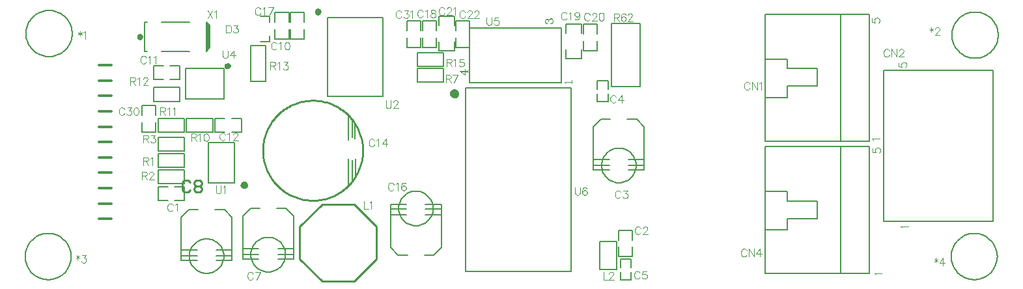
<source format=gto>
%FSLAX25Y25*%
%MOIN*%
G70*
G01*
G75*
G04 Layer_Color=65535*
%ADD10R,0.07087X0.14173*%
%ADD11R,0.03937X0.04724*%
%ADD12R,0.06299X0.13780*%
%ADD13O,0.07874X0.02400*%
%ADD14O,0.07874X0.02402*%
%ADD15R,0.03465X0.05000*%
%ADD16R,0.05512X0.04724*%
%ADD17R,0.04724X0.03937*%
%ADD18R,0.05118X0.07480*%
%ADD19R,0.04724X0.03150*%
%ADD20R,0.08268X0.07874*%
%ADD21R,0.03150X0.03150*%
%ADD22R,0.06299X0.03937*%
%ADD23R,0.20079X0.18898*%
%ADD24R,0.11811X0.03937*%
%ADD25R,0.01575X0.07874*%
%ADD26R,0.03937X0.01575*%
%ADD27O,0.10000X0.02400*%
%ADD28O,0.10000X0.02402*%
%ADD29R,0.12205X0.06102*%
%ADD30C,0.02000*%
%ADD31C,0.02500*%
%ADD32C,0.03000*%
%ADD33C,0.02362*%
%ADD34C,0.05000*%
%ADD35C,0.03500*%
%ADD36C,0.02200*%
%ADD37C,0.01000*%
%ADD38C,0.04000*%
%ADD39C,0.07000*%
%ADD40C,0.02400*%
%ADD41C,0.06000*%
%ADD42C,0.04500*%
%ADD43C,0.05906*%
%ADD44R,0.05906X0.05906*%
%ADD45C,0.19685*%
%ADD46C,0.07874*%
%ADD47R,0.07874X0.07874*%
%ADD48C,0.00787*%
%ADD49C,0.07480*%
%ADD50R,0.07480X0.07480*%
%ADD51C,0.03543*%
%ADD52R,0.09055X0.05512*%
%ADD53R,0.07874X0.03937*%
%ADD54R,0.11811X0.15748*%
%ADD55R,0.03937X0.02362*%
%ADD56C,0.00787*%
%ADD57C,0.01969*%
%ADD58C,0.01575*%
%ADD59C,0.01181*%
%ADD60C,0.00394*%
D33*
X223622Y98425D02*
X223177Y99349D01*
X222178Y99577D01*
X221377Y98938D01*
Y97913D01*
X222178Y97274D01*
X223177Y97502D01*
X223622Y98425D01*
D37*
X175591Y69291D02*
X175571Y70290D01*
X175513Y71287D01*
X175415Y72281D01*
X175279Y73270D01*
X175105Y74253D01*
X174892Y75229D01*
X174642Y76196D01*
X174353Y77152D01*
X174028Y78096D01*
X173666Y79027D01*
X173268Y79943D01*
X172835Y80842D01*
X172367Y81725D01*
X171865Y82588D01*
X171330Y83431D01*
X170762Y84252D01*
X170162Y85051D01*
X169532Y85826D01*
X168872Y86575D01*
X168183Y87298D01*
X167467Y87994D01*
X166724Y88661D01*
X165955Y89299D01*
X165163Y89906D01*
X164347Y90482D01*
X163509Y91026D01*
X162651Y91536D01*
X161773Y92013D01*
X160878Y92455D01*
X159966Y92862D01*
X159039Y93233D01*
X158098Y93567D01*
X157144Y93864D01*
X156180Y94124D01*
X155207Y94347D01*
X154225Y94531D01*
X153237Y94676D01*
X152244Y94783D01*
X151248Y94851D01*
X150250Y94881D01*
X149251Y94871D01*
X148254Y94822D01*
X147259Y94735D01*
X146268Y94608D01*
X145283Y94444D01*
X144306Y94240D01*
X143336Y93999D01*
X142378Y93720D01*
X141430Y93404D01*
X140496Y93052D01*
X139576Y92663D01*
X138672Y92238D01*
X137786Y91779D01*
X136917Y91285D01*
X136069Y90758D01*
X135242Y90198D01*
X134438Y89606D01*
X133657Y88984D01*
X132901Y88331D01*
X132171Y87650D01*
X131469Y86940D01*
X130794Y86203D01*
X130149Y85441D01*
X129534Y84654D01*
X128950Y83844D01*
X128399Y83012D01*
X127880Y82159D01*
X127394Y81286D01*
X126944Y80395D01*
X126528Y79487D01*
X126148Y78563D01*
X125805Y77626D01*
X125498Y76675D01*
X125228Y75713D01*
X124997Y74742D01*
X124803Y73763D01*
X124648Y72776D01*
X124531Y71784D01*
X124453Y70789D01*
X124414Y69791D01*
Y68792D01*
X124453Y67794D01*
X124531Y66799D01*
X124648Y65807D01*
X124803Y64820D01*
X124997Y63841D01*
X125228Y62869D01*
X125498Y61908D01*
X125804Y60957D01*
X126148Y60020D01*
X126528Y59096D01*
X126944Y58188D01*
X127394Y57297D01*
X127880Y56424D01*
X128399Y55571D01*
X128950Y54738D01*
X129534Y53928D01*
X130149Y53141D01*
X130794Y52379D01*
X131469Y51643D01*
X132171Y50933D01*
X132901Y50252D01*
X133657Y49599D01*
X134438Y48976D01*
X135242Y48385D01*
X136069Y47825D01*
X136917Y47298D01*
X137785Y46804D01*
X138672Y46345D01*
X139576Y45920D01*
X140496Y45531D01*
X141430Y45178D01*
X142377Y44862D01*
X143336Y44584D01*
X144306Y44342D01*
X145283Y44139D01*
X146268Y43974D01*
X147259Y43848D01*
X148254Y43760D01*
X149251Y43712D01*
X150250Y43702D01*
X151248Y43731D01*
X152244Y43799D01*
X153237Y43906D01*
X154225Y44052D01*
X155207Y44236D01*
X156180Y44458D01*
X157144Y44718D01*
X158098Y45016D01*
X159038Y45350D01*
X159966Y45721D01*
X160878Y46128D01*
X161773Y46570D01*
X162651Y47047D01*
X163509Y47557D01*
X164347Y48101D01*
X165163Y48676D01*
X165955Y49284D01*
X166724Y49922D01*
X167467Y50589D01*
X168183Y51284D01*
X168872Y52008D01*
X169532Y52757D01*
X170162Y53532D01*
X170762Y54330D01*
X171330Y55152D01*
X171865Y55995D01*
X172367Y56858D01*
X172835Y57740D01*
X173268Y58640D01*
X173666Y59556D01*
X174028Y60487D01*
X174353Y61431D01*
X174642Y62387D01*
X174892Y63354D01*
X175105Y64329D01*
X175279Y65313D01*
X175415Y66302D01*
X175513Y67296D01*
X175571Y68293D01*
X175591Y69291D01*
X143307Y14173D02*
Y30315D01*
X182677Y14173D02*
Y30315D01*
X143307Y13780D02*
Y14173D01*
X182677Y13780D02*
Y14173D01*
X154724Y41732D02*
X171260D01*
X143307Y13780D02*
X154724Y2362D01*
X171260D01*
X182677Y13780D01*
X171260Y41732D02*
X182677Y30315D01*
X143307Y30315D02*
X154724Y41732D01*
X87271Y53117D02*
X86272Y54116D01*
X84272D01*
X83272Y53117D01*
Y49118D01*
X84272Y48118D01*
X86272D01*
X87271Y49118D01*
X89271Y53117D02*
X90270Y54116D01*
X92269D01*
X93269Y53117D01*
Y52117D01*
X92269Y51117D01*
X93269Y50117D01*
Y49118D01*
X92269Y48118D01*
X90270D01*
X89271Y49118D01*
Y50117D01*
X90270Y51117D01*
X89271Y52117D01*
Y53117D01*
X90270Y51117D02*
X92269D01*
D56*
X26772Y129134D02*
X26729Y130136D01*
X26602Y131130D01*
X26390Y132110D01*
X26097Y133069D01*
X25723Y133999D01*
X25272Y134894D01*
X24746Y135748D01*
X24150Y136554D01*
X23488Y137306D01*
X22764Y138000D01*
X21984Y138630D01*
X21153Y139191D01*
X20278Y139680D01*
X19364Y140093D01*
X18419Y140427D01*
X17449Y140680D01*
X16461Y140849D01*
X15462Y140934D01*
X14459D01*
X13460Y140849D01*
X12472Y140680D01*
X11502Y140427D01*
X10557Y140093D01*
X9643Y139680D01*
X8768Y139191D01*
X7937Y138630D01*
X7157Y138000D01*
X6434Y137306D01*
X5771Y136554D01*
X5175Y135748D01*
X4649Y134894D01*
X4198Y133999D01*
X3824Y133069D01*
X3531Y132110D01*
X3320Y131130D01*
X3192Y130136D01*
X3150Y129134D01*
X3192Y128132D01*
X3320Y127138D01*
X3531Y126158D01*
X3824Y125199D01*
X4198Y124269D01*
X4650Y123374D01*
X5175Y122520D01*
X5771Y121714D01*
X6434Y120961D01*
X7157Y120268D01*
X7937Y119638D01*
X8768Y119076D01*
X9643Y118588D01*
X10557Y118175D01*
X11502Y117841D01*
X12472Y117588D01*
X13460Y117419D01*
X14459Y117333D01*
X15462D01*
X16461Y117419D01*
X17449Y117588D01*
X18419Y117841D01*
X19365Y118175D01*
X20278Y118588D01*
X21153Y119076D01*
X21984Y119638D01*
X22764Y120268D01*
X23488Y120961D01*
X24150Y121714D01*
X24746Y122520D01*
X25272Y123374D01*
X25723Y124269D01*
X26097Y125199D01*
X26391Y126158D01*
X26602Y127138D01*
X26729Y128132D01*
X26772Y129134D01*
X500394Y14961D02*
X500351Y15962D01*
X500224Y16957D01*
X500013Y17937D01*
X499719Y18895D01*
X499345Y19826D01*
X498894Y20721D01*
X498368Y21575D01*
X497772Y22380D01*
X497110Y23133D01*
X496386Y23827D01*
X495606Y24457D01*
X494775Y25018D01*
X493900Y25507D01*
X492986Y25920D01*
X492041Y26254D01*
X491071Y26507D01*
X490083Y26676D01*
X489084Y26761D01*
X488081D01*
X487082Y26676D01*
X486094Y26507D01*
X485124Y26254D01*
X484179Y25920D01*
X483265Y25507D01*
X482390Y25018D01*
X481560Y24457D01*
X480779Y23827D01*
X480056Y23133D01*
X479393Y22380D01*
X478797Y21575D01*
X478271Y20721D01*
X477820Y19826D01*
X477446Y18895D01*
X477153Y17937D01*
X476942Y16957D01*
X476814Y15962D01*
X476772Y14961D01*
X476814Y13959D01*
X476942Y12965D01*
X477153Y11985D01*
X477446Y11026D01*
X477820Y10096D01*
X478271Y9200D01*
X478797Y8347D01*
X479393Y7541D01*
X480056Y6788D01*
X480779Y6094D01*
X481560Y5465D01*
X482390Y4903D01*
X483265Y4414D01*
X484179Y4001D01*
X485124Y3667D01*
X486094Y3415D01*
X487082Y3245D01*
X488081Y3160D01*
X489084D01*
X490083Y3245D01*
X491071Y3415D01*
X492041Y3667D01*
X492986Y4001D01*
X493900Y4414D01*
X494775Y4903D01*
X495606Y5465D01*
X496386Y6094D01*
X497110Y6788D01*
X497772Y7541D01*
X498368Y8347D01*
X498894Y9200D01*
X499345Y10096D01*
X499719Y11026D01*
X500013Y11985D01*
X500224Y12965D01*
X500351Y13959D01*
X500394Y14961D01*
X500787Y128346D02*
X500745Y129348D01*
X500618Y130342D01*
X500406Y131323D01*
X500113Y132281D01*
X499739Y133211D01*
X499288Y134107D01*
X498762Y134960D01*
X498166Y135766D01*
X497503Y136519D01*
X496780Y137213D01*
X496000Y137843D01*
X495169Y138404D01*
X494294Y138893D01*
X493380Y139306D01*
X492435Y139640D01*
X491465Y139892D01*
X490477Y140062D01*
X489478Y140147D01*
X488475D01*
X487476Y140062D01*
X486488Y139892D01*
X485518Y139640D01*
X484573Y139306D01*
X483659Y138893D01*
X482784Y138404D01*
X481953Y137843D01*
X481173Y137213D01*
X480449Y136519D01*
X479787Y135766D01*
X479191Y134960D01*
X478665Y134107D01*
X478214Y133211D01*
X477840Y132281D01*
X477547Y131323D01*
X477335Y130342D01*
X477208Y129348D01*
X477165Y128346D01*
X477208Y127345D01*
X477335Y126350D01*
X477547Y125370D01*
X477840Y124412D01*
X478214Y123481D01*
X478665Y122586D01*
X479191Y121732D01*
X479787Y120926D01*
X480449Y120174D01*
X481173Y119480D01*
X481953Y118850D01*
X482784Y118289D01*
X483659Y117800D01*
X484573Y117387D01*
X485518Y117053D01*
X486488Y116800D01*
X487476Y116631D01*
X488475Y116546D01*
X489478D01*
X490477Y116631D01*
X491465Y116800D01*
X492435Y117053D01*
X493380Y117387D01*
X494294Y117800D01*
X495169Y118289D01*
X496000Y118850D01*
X496780Y119480D01*
X497503Y120174D01*
X498166Y120926D01*
X498762Y121733D01*
X499288Y122586D01*
X499739Y123482D01*
X500113Y124412D01*
X500406Y125370D01*
X500618Y126350D01*
X500745Y127345D01*
X500787Y128346D01*
X26378Y14961D02*
X26335Y15962D01*
X26208Y16957D01*
X25997Y17937D01*
X25703Y18895D01*
X25330Y19826D01*
X24878Y20721D01*
X24352Y21575D01*
X23756Y22380D01*
X23094Y23133D01*
X22370Y23827D01*
X21590Y24457D01*
X20760Y25018D01*
X19884Y25507D01*
X18971Y25920D01*
X18025Y26254D01*
X17055Y26507D01*
X16067Y26676D01*
X15068Y26761D01*
X14066D01*
X13067Y26676D01*
X12079Y26507D01*
X11108Y26254D01*
X10163Y25920D01*
X9250Y25507D01*
X8374Y25018D01*
X7544Y24457D01*
X6764Y23827D01*
X6040Y23133D01*
X5378Y22380D01*
X4781Y21575D01*
X4256Y20721D01*
X3804Y19826D01*
X3431Y18895D01*
X3137Y17937D01*
X2926Y16957D01*
X2798Y15962D01*
X2756Y14961D01*
X2798Y13959D01*
X2926Y12965D01*
X3137Y11985D01*
X3431Y11026D01*
X3804Y10096D01*
X4256Y9200D01*
X4781Y8347D01*
X5378Y7541D01*
X6040Y6788D01*
X6764Y6094D01*
X7544Y5465D01*
X8374Y4903D01*
X9250Y4414D01*
X10163Y4001D01*
X11108Y3667D01*
X12079Y3415D01*
X13067Y3245D01*
X14066Y3160D01*
X15068D01*
X16067Y3245D01*
X17055Y3415D01*
X18025Y3667D01*
X18971Y4001D01*
X19884Y4414D01*
X20760Y4903D01*
X21590Y5465D01*
X22370Y6094D01*
X23094Y6788D01*
X23756Y7541D01*
X24352Y8347D01*
X24878Y9200D01*
X25330Y10096D01*
X25703Y11026D01*
X25997Y11985D01*
X26208Y12965D01*
X26335Y13959D01*
X26378Y14961D01*
X136024Y15945D02*
X135968Y16937D01*
X135801Y17916D01*
X135527Y18871D01*
X135146Y19788D01*
X134666Y20658D01*
X134091Y21468D01*
X133429Y22209D01*
X132688Y22871D01*
X131878Y23445D01*
X131009Y23926D01*
X130091Y24306D01*
X129137Y24581D01*
X128157Y24747D01*
X127165Y24803D01*
X126173Y24747D01*
X125194Y24581D01*
X124240Y24306D01*
X123322Y23926D01*
X122452Y23445D01*
X121642Y22871D01*
X120902Y22209D01*
X120240Y21468D01*
X119665Y20658D01*
X119184Y19788D01*
X118804Y18871D01*
X118529Y17916D01*
X118363Y16937D01*
X118307Y15945D01*
X118363Y14953D01*
X118529Y13974D01*
X118804Y13019D01*
X119184Y12101D01*
X119665Y11232D01*
X120240Y10422D01*
X120902Y9681D01*
X121642Y9019D01*
X122452Y8444D01*
X123322Y7964D01*
X124240Y7584D01*
X125194Y7309D01*
X126173Y7142D01*
X127165Y7086D01*
X128157Y7142D01*
X129137Y7309D01*
X130091Y7584D01*
X131009Y7964D01*
X131878Y8444D01*
X132688Y9019D01*
X133429Y9681D01*
X134091Y10422D01*
X134666Y11232D01*
X135146Y12101D01*
X135527Y13019D01*
X135801Y13974D01*
X135968Y14953D01*
X136024Y15945D01*
X315551Y61614D02*
X315495Y62606D01*
X315329Y63585D01*
X315054Y64540D01*
X314674Y65458D01*
X314193Y66327D01*
X313619Y67137D01*
X312957Y67878D01*
X312216Y68540D01*
X311406Y69115D01*
X310536Y69595D01*
X309619Y69975D01*
X308664Y70250D01*
X307685Y70417D01*
X306693Y70472D01*
X305701Y70417D01*
X304722Y70250D01*
X303767Y69975D01*
X302849Y69595D01*
X301980Y69115D01*
X301170Y68540D01*
X300429Y67878D01*
X299767Y67137D01*
X299192Y66327D01*
X298712Y65458D01*
X298332Y64540D01*
X298057Y63585D01*
X297890Y62606D01*
X297835Y61614D01*
X297890Y60622D01*
X298057Y59643D01*
X298332Y58688D01*
X298712Y57771D01*
X299192Y56901D01*
X299767Y56091D01*
X300429Y55350D01*
X301170Y54688D01*
X301980Y54114D01*
X302849Y53633D01*
X303767Y53253D01*
X304722Y52978D01*
X305701Y52811D01*
X306693Y52756D01*
X307685Y52811D01*
X308664Y52978D01*
X309619Y53253D01*
X310536Y53633D01*
X311406Y54114D01*
X312216Y54688D01*
X312957Y55350D01*
X313619Y56091D01*
X314193Y56901D01*
X314674Y57771D01*
X315054Y58688D01*
X315329Y59643D01*
X315495Y60622D01*
X315551Y61614D01*
X211614Y39567D02*
X211559Y40559D01*
X211392Y41538D01*
X211117Y42493D01*
X210737Y43410D01*
X210256Y44280D01*
X209682Y45090D01*
X209020Y45831D01*
X208279Y46493D01*
X207469Y47067D01*
X206599Y47548D01*
X205682Y47928D01*
X204727Y48203D01*
X203748Y48370D01*
X202756Y48425D01*
X201764Y48370D01*
X200785Y48203D01*
X199830Y47928D01*
X198912Y47548D01*
X198043Y47067D01*
X197233Y46493D01*
X196492Y45831D01*
X195830Y45090D01*
X195255Y44280D01*
X194775Y43410D01*
X194395Y42493D01*
X194120Y41538D01*
X193953Y40559D01*
X193898Y39567D01*
X193953Y38575D01*
X194120Y37596D01*
X194395Y36641D01*
X194775Y35724D01*
X195255Y34854D01*
X195830Y34044D01*
X196492Y33303D01*
X197233Y32641D01*
X198043Y32066D01*
X198912Y31586D01*
X199830Y31206D01*
X200785Y30931D01*
X201764Y30764D01*
X202756Y30709D01*
X203748Y30764D01*
X204727Y30931D01*
X205682Y31206D01*
X206599Y31586D01*
X207469Y32066D01*
X208279Y32641D01*
X209020Y33303D01*
X209682Y34044D01*
X210256Y34854D01*
X210737Y35724D01*
X211117Y36641D01*
X211392Y37596D01*
X211559Y38575D01*
X211614Y39567D01*
X104528Y15157D02*
X104472Y16149D01*
X104306Y17129D01*
X104031Y18083D01*
X103650Y19001D01*
X103170Y19870D01*
X102595Y20681D01*
X101933Y21421D01*
X101192Y22083D01*
X100382Y22658D01*
X99513Y23138D01*
X98595Y23519D01*
X97640Y23794D01*
X96661Y23960D01*
X95669Y24016D01*
X94678Y23960D01*
X93698Y23794D01*
X92744Y23519D01*
X91826Y23138D01*
X90956Y22658D01*
X90146Y22083D01*
X89406Y21421D01*
X88744Y20681D01*
X88169Y19870D01*
X87688Y19001D01*
X87308Y18083D01*
X87033Y17129D01*
X86867Y16149D01*
X86811Y15157D01*
X86867Y14166D01*
X87033Y13186D01*
X87308Y12232D01*
X87688Y11314D01*
X88169Y10445D01*
X88744Y9634D01*
X89406Y8894D01*
X90146Y8232D01*
X90956Y7657D01*
X91826Y7176D01*
X92744Y6796D01*
X93698Y6521D01*
X94678Y6355D01*
X95669Y6299D01*
X96661Y6355D01*
X97640Y6521D01*
X98595Y6796D01*
X99513Y7176D01*
X100382Y7657D01*
X101192Y8232D01*
X101933Y8894D01*
X102595Y9634D01*
X103170Y10445D01*
X103650Y11314D01*
X104031Y12232D01*
X104306Y13186D01*
X104472Y14166D01*
X104528Y15157D01*
X84350Y78740D02*
Y85827D01*
X70768Y78740D02*
Y85827D01*
X84350D01*
X70768Y78740D02*
X84350D01*
X114173Y13780D02*
X122244D01*
X132087Y13780D02*
X140157D01*
X114173Y16142D02*
X122244D01*
X114173Y19095D02*
X122244D01*
X132087Y16142D02*
X140157D01*
X132087Y19095D02*
X140157D01*
X114173Y13780D02*
Y35827D01*
X114173Y35827D02*
X118110Y39764D01*
X140157Y13780D02*
Y35827D01*
X136221Y39764D02*
X140157Y35827D01*
X131496Y39764D02*
X136221D01*
X118110D02*
X122835D01*
X85335Y78740D02*
Y85827D01*
X98917Y78740D02*
Y85827D01*
X85335Y78740D02*
X98917D01*
X85335Y85827D02*
X98917D01*
X99902Y78740D02*
Y85827D01*
Y78740D02*
X104921D01*
X99902Y85827D02*
X104921D01*
X108465D02*
X113484D01*
X108465Y78740D02*
X113484D01*
Y85827D01*
X96457Y52756D02*
X109843D01*
X96457D02*
Y73268D01*
X109843Y52756D02*
Y73268D01*
X96457D02*
X109843D01*
X70768Y60630D02*
Y67716D01*
X84350Y60630D02*
Y67716D01*
X70768Y60630D02*
X84350D01*
X70768Y67716D02*
X84350D01*
X81988Y94488D02*
Y101575D01*
X68405Y94488D02*
Y101575D01*
X81988D01*
X68405Y94488D02*
X81988D01*
X68405Y105512D02*
Y112598D01*
Y105512D02*
X73425D01*
X68405Y112598D02*
X73425D01*
X76968D02*
X81988D01*
X76968Y105512D02*
X81988D01*
Y112598D01*
X85020Y95531D02*
Y111279D01*
X104705Y95531D02*
Y111279D01*
X85020Y95531D02*
X104705D01*
X85020Y111279D02*
X104705D01*
X118110Y104626D02*
Y122933D01*
X125984Y104626D02*
Y122933D01*
X118110Y104626D02*
X125984D01*
X118110Y122933D02*
X125984D01*
X130709Y140059D02*
X137795D01*
X130709Y135039D02*
Y140059D01*
X137795Y135039D02*
Y140059D01*
Y126476D02*
Y131496D01*
X130709Y126476D02*
Y131496D01*
Y126476D02*
X137795D01*
X63779Y120079D02*
Y135039D01*
X72638Y120079D02*
X86811D01*
X72638Y135039D02*
X86811D01*
X63779D02*
X65158D01*
X63779Y120079D02*
X65158D01*
X97244Y121850D02*
Y133268D01*
X95472Y120079D02*
X97244Y121850D01*
X95472Y135039D02*
X97244Y133268D01*
X95472Y120079D02*
Y135039D01*
X96260Y120965D02*
Y133957D01*
X95768Y134449D02*
X96260Y133957D01*
X96850Y121555D02*
Y133465D01*
X96752Y133563D02*
X96850Y133465D01*
X84350Y43701D02*
Y50787D01*
X79331D02*
X84350D01*
X79331Y43701D02*
X84350D01*
X70768D02*
X75787D01*
X70768Y50787D02*
X75787D01*
X70768Y43701D02*
Y50787D01*
X84350Y52362D02*
Y59449D01*
X70768Y52362D02*
Y59449D01*
X84350D01*
X70768Y52362D02*
X84350D01*
X70768Y68898D02*
Y75984D01*
X84350Y68898D02*
Y75984D01*
X70768Y68898D02*
X84350D01*
X70768Y75984D02*
X84350D01*
X62598Y78642D02*
X69685D01*
Y83661D01*
X62598Y78642D02*
Y83661D01*
Y87205D02*
Y92224D01*
X69685Y87205D02*
Y92224D01*
X62598D02*
X69685D01*
X172047Y56299D02*
Y64961D01*
X171653Y75197D02*
Y82284D01*
X170079Y75984D02*
Y85039D01*
X168110Y74803D02*
Y87008D01*
Y51181D02*
Y64961D01*
X170079Y53543D02*
Y64173D01*
X138583Y140059D02*
X145669D01*
X138583Y135039D02*
Y140059D01*
X145669Y135039D02*
Y140059D01*
Y126476D02*
Y131496D01*
X138583Y126476D02*
Y131496D01*
Y126476D02*
X145669D01*
X123354Y137992D02*
X127855D01*
Y134996D02*
Y137992D01*
Y125000D02*
Y127996D01*
X123354Y125000D02*
X127855D01*
X203445Y112205D02*
Y119291D01*
X217028Y112205D02*
Y119291D01*
X203445Y112205D02*
X217028D01*
X203445Y119291D02*
X217028D01*
X223228Y135531D02*
X230315D01*
X223228Y130512D02*
Y135531D01*
X230315Y130512D02*
Y135531D01*
Y121949D02*
Y126969D01*
X223228Y121949D02*
Y126969D01*
Y121949D02*
X230315D01*
X214567Y120276D02*
X222441D01*
Y124998D01*
X214567Y120276D02*
Y124998D01*
Y133270D02*
Y137992D01*
X222441Y133270D02*
Y137992D01*
X214567D02*
X222441D01*
X282283Y7441D02*
Y101378D01*
X228346Y7441D02*
Y101279D01*
Y7441D02*
X282283D01*
X228346Y101378D02*
X282283D01*
X279528Y116339D02*
X287402D01*
Y121061D01*
X279528Y116339D02*
Y121061D01*
Y129333D02*
Y134055D01*
X287402Y129333D02*
Y134055D01*
X279528D02*
X287402D01*
X288583Y133957D02*
X295669D01*
X288583Y128937D02*
Y133957D01*
X295669Y128937D02*
Y133957D01*
Y120374D02*
Y125394D01*
X288583Y120374D02*
Y125394D01*
Y120374D02*
X295669D01*
X312992Y2854D02*
Y7087D01*
X307480Y2854D02*
Y7087D01*
Y2854D02*
X312992D01*
X307480Y13681D02*
X312992D01*
X307480Y9449D02*
Y13681D01*
X312992Y9449D02*
Y13681D01*
X206299Y122146D02*
X213386D01*
Y127165D01*
X206299Y122146D02*
Y127165D01*
Y130709D02*
Y135728D01*
X213386Y130709D02*
Y135728D01*
X206299D02*
X213386D01*
X198228D02*
X205315D01*
X198228Y130709D02*
Y135728D01*
X205315Y130709D02*
Y135728D01*
Y122146D02*
Y127165D01*
X198228Y122146D02*
Y127165D01*
Y122146D02*
X205315D01*
X442326Y33071D02*
X498232D01*
X442326D02*
Y110236D01*
X498232D01*
Y33071D02*
Y110236D01*
X381496Y96457D02*
X392992D01*
Y102362D01*
X381496Y116142D02*
X392992D01*
Y111221D02*
Y116142D01*
Y111221D02*
X408268D01*
Y102362D02*
Y111221D01*
X392992Y102362D02*
X408268D01*
X420079Y139094D02*
X420120Y74134D01*
X381496Y139094D02*
X435039D01*
X381496Y74134D02*
Y139094D01*
X435039Y74134D02*
Y139094D01*
X381496Y74134D02*
X435039D01*
X381496Y28543D02*
X392992D01*
Y34449D01*
X381496Y48228D02*
X392992D01*
Y43307D02*
Y48228D01*
Y43307D02*
X408268D01*
Y34449D02*
Y43307D01*
X392992Y34449D02*
X408268D01*
X420079Y71181D02*
X420120Y6221D01*
X381496Y71181D02*
X435039D01*
X381496Y6221D02*
Y71181D01*
X435039Y6221D02*
Y71181D01*
X381496Y6221D02*
X435039D01*
X296850Y22554D02*
X305512D01*
X296850Y8254D02*
Y22554D01*
X305512Y8254D02*
Y22554D01*
X296850Y8254D02*
X305512D01*
X306496Y14862D02*
X313583D01*
Y19882D01*
X306496Y14862D02*
Y19882D01*
Y23425D02*
Y28445D01*
X313583Y23425D02*
Y28445D01*
X306496D02*
X313583D01*
X293701Y59449D02*
X301772D01*
X311614Y59449D02*
X319685D01*
X293701Y61811D02*
X301772D01*
X293701Y64764D02*
X301772D01*
X311614Y61811D02*
X319685D01*
X311614Y64764D02*
X319685D01*
X293701Y59449D02*
Y81496D01*
X293701Y81496D02*
X297638Y85433D01*
X319685Y59449D02*
Y81496D01*
X315748Y85433D02*
X319685Y81496D01*
X311024Y85433D02*
X315748D01*
X297638D02*
X302362D01*
X301181Y94193D02*
Y98425D01*
X295669Y94193D02*
Y98425D01*
Y94193D02*
X301181D01*
X295669Y105020D02*
X301181D01*
X295669Y100787D02*
Y105020D01*
X301181Y100787D02*
Y105020D01*
X230315Y131988D02*
X277165D01*
X230315Y104035D02*
Y131988D01*
Y104035D02*
X277165D01*
Y131988D01*
X217028Y104331D02*
Y111417D01*
X203445Y104331D02*
Y111417D01*
X217028D01*
X203445Y104331D02*
X217028D01*
X157480Y96890D02*
X185827D01*
Y137402D01*
X157480Y96890D02*
Y137402D01*
X185827D01*
X207677Y41732D02*
X215748D01*
X189764Y41732D02*
X197835D01*
X207677Y39370D02*
X215748D01*
X207677Y36417D02*
X215748D01*
X189764Y39370D02*
X197835D01*
X189764Y36417D02*
X197835D01*
X215748Y19685D02*
Y41732D01*
X211811Y15748D02*
X215748Y19685D01*
X189764Y19685D02*
Y41732D01*
X189764Y19685D02*
X193701Y15748D01*
X193701Y15748D02*
X198425D01*
X207087D02*
X211811D01*
X302756Y134252D02*
X317717D01*
Y101969D02*
Y134252D01*
X302756Y101969D02*
X317717D01*
X302756D02*
Y134252D01*
X82677Y12992D02*
X90748D01*
X100591Y12992D02*
X108661D01*
X82677Y15354D02*
X90748D01*
X82677Y18307D02*
X90748D01*
X100591Y15354D02*
X108661D01*
X100591Y18307D02*
X108661D01*
X82677Y12992D02*
Y35039D01*
X82677Y35039D02*
X86614Y38976D01*
X108661Y12992D02*
Y35039D01*
X104724Y38976D02*
X108661Y35039D01*
X100000Y38976D02*
X104724D01*
X86614D02*
X91339D01*
D57*
X115945Y51378D02*
X115453Y52230D01*
X114469D01*
X113976Y51378D01*
X114469Y50526D01*
X115453D01*
X115945Y51378D01*
X153543Y140220D02*
X152999Y140969D01*
X152119Y140683D01*
Y139758D01*
X152999Y139472D01*
X153543Y140220D01*
D58*
X107087Y112598D02*
X106543Y113347D01*
X105662Y113061D01*
Y112136D01*
X106543Y111850D01*
X107087Y112598D01*
X62205Y127559D02*
X61661Y128308D01*
X60780Y128022D01*
Y127096D01*
X61661Y126810D01*
X62205Y127559D01*
D59*
X40551Y112992D02*
X46850D01*
X40551Y105118D02*
X46850D01*
X40551Y97244D02*
X46850D01*
X40551Y89370D02*
X46850D01*
X40551Y81496D02*
X46850D01*
X40551Y73622D02*
X46850D01*
X40551Y65748D02*
X46850D01*
X40551Y57874D02*
X46850D01*
X40551Y50000D02*
X46850D01*
X40551Y42126D02*
X46850D01*
X40551Y34252D02*
X46850D01*
D60*
X29677Y15747D02*
Y13498D01*
X28740Y15185D02*
X30615Y14060D01*
Y15185D02*
X28740Y14060D01*
X31795Y15747D02*
X33857D01*
X32733Y14248D01*
X33295D01*
X33670Y14060D01*
X33857Y13873D01*
X34045Y13310D01*
Y12936D01*
X33857Y12373D01*
X33482Y11998D01*
X32920Y11811D01*
X32358D01*
X31795Y11998D01*
X31608Y12186D01*
X31420Y12561D01*
X466685Y132283D02*
Y130033D01*
X465748Y131720D02*
X467622Y130596D01*
Y131720D02*
X465748Y130596D01*
X468616Y131345D02*
Y131533D01*
X468803Y131908D01*
X468991Y132095D01*
X469366Y132283D01*
X470115D01*
X470490Y132095D01*
X470678Y131908D01*
X470865Y131533D01*
Y131158D01*
X470678Y130783D01*
X470303Y130221D01*
X468428Y128347D01*
X471053D01*
X469047Y14172D02*
Y11923D01*
X468110Y13610D02*
X469985Y12485D01*
Y13610D02*
X468110Y12485D01*
X472665Y14172D02*
X470791Y11548D01*
X473602D01*
X472665Y14172D02*
Y10236D01*
X30858Y130314D02*
Y128065D01*
X29921Y129752D02*
X31796Y128627D01*
Y129752D02*
X29921Y128627D01*
X32602Y129564D02*
X32976Y129752D01*
X33539Y130314D01*
Y126378D01*
X176378Y43306D02*
Y39370D01*
X178627D01*
X179058Y42557D02*
X179433Y42744D01*
X179996Y43306D01*
Y39370D01*
X96063Y140944D02*
X98687Y137008D01*
Y140944D02*
X96063Y137008D01*
X99568Y140194D02*
X99943Y140382D01*
X100505Y140944D01*
Y137008D01*
X284252Y50393D02*
Y47581D01*
X284439Y47019D01*
X284814Y46644D01*
X285377Y46457D01*
X285752D01*
X286314Y46644D01*
X286689Y47019D01*
X286876Y47581D01*
Y50393D01*
X290212Y49830D02*
X290025Y50205D01*
X289463Y50393D01*
X289088D01*
X288526Y50205D01*
X288151Y49643D01*
X287963Y48706D01*
Y47769D01*
X288151Y47019D01*
X288526Y46644D01*
X289088Y46457D01*
X289275D01*
X289838Y46644D01*
X290212Y47019D01*
X290400Y47581D01*
Y47769D01*
X290212Y48331D01*
X289838Y48706D01*
X289275Y48893D01*
X289088D01*
X288526Y48706D01*
X288151Y48331D01*
X287963Y47769D01*
X238976Y137401D02*
Y134589D01*
X239164Y134027D01*
X239539Y133652D01*
X240101Y133465D01*
X240476D01*
X241038Y133652D01*
X241413Y134027D01*
X241600Y134589D01*
Y137401D01*
X244937D02*
X243062D01*
X242875Y135714D01*
X243062Y135901D01*
X243625Y136089D01*
X244187D01*
X244749Y135901D01*
X245124Y135526D01*
X245312Y134964D01*
Y134589D01*
X245124Y134027D01*
X244749Y133652D01*
X244187Y133465D01*
X243625D01*
X243062Y133652D01*
X242875Y133839D01*
X242688Y134214D01*
X103937Y120472D02*
Y117660D01*
X104124Y117098D01*
X104499Y116723D01*
X105062Y116535D01*
X105437D01*
X105999Y116723D01*
X106374Y117098D01*
X106561Y117660D01*
Y120472D01*
X109523D02*
X107648Y117848D01*
X110460D01*
X109523Y120472D02*
Y116535D01*
X187402Y94881D02*
Y92070D01*
X187589Y91507D01*
X187964Y91132D01*
X188526Y90945D01*
X188901D01*
X189463Y91132D01*
X189838Y91507D01*
X190026Y92070D01*
Y94881D01*
X191300Y93944D02*
Y94131D01*
X191488Y94506D01*
X191675Y94694D01*
X192050Y94881D01*
X192800D01*
X193175Y94694D01*
X193362Y94506D01*
X193550Y94131D01*
Y93756D01*
X193362Y93382D01*
X192987Y92819D01*
X191113Y90945D01*
X193737D01*
X100394Y51180D02*
Y48369D01*
X100581Y47806D01*
X100956Y47431D01*
X101518Y47244D01*
X101893D01*
X102455Y47431D01*
X102830Y47806D01*
X103018Y48369D01*
Y51180D01*
X104105Y50431D02*
X104480Y50618D01*
X105042Y51180D01*
Y47244D01*
X304331Y139369D02*
Y135433D01*
Y139369D02*
X306018D01*
X306580Y139182D01*
X306767Y138994D01*
X306955Y138619D01*
Y138245D01*
X306767Y137870D01*
X306580Y137682D01*
X306018Y137495D01*
X304331D01*
X305643D02*
X306955Y135433D01*
X310085Y138807D02*
X309898Y139182D01*
X309335Y139369D01*
X308960D01*
X308398Y139182D01*
X308023Y138619D01*
X307836Y137682D01*
Y136745D01*
X308023Y135995D01*
X308398Y135620D01*
X308960Y135433D01*
X309148D01*
X309710Y135620D01*
X310085Y135995D01*
X310272Y136558D01*
Y136745D01*
X310085Y137307D01*
X309710Y137682D01*
X309148Y137870D01*
X308960D01*
X308398Y137682D01*
X308023Y137307D01*
X307836Y136745D01*
X311322Y138432D02*
Y138619D01*
X311509Y138994D01*
X311697Y139182D01*
X312072Y139369D01*
X312822D01*
X313196Y139182D01*
X313384Y138994D01*
X313571Y138619D01*
Y138245D01*
X313384Y137870D01*
X313009Y137307D01*
X311135Y135433D01*
X313759D01*
X218504Y116141D02*
Y112205D01*
Y116141D02*
X220191D01*
X220753Y115953D01*
X220941Y115766D01*
X221128Y115391D01*
Y115016D01*
X220941Y114641D01*
X220753Y114454D01*
X220191Y114267D01*
X218504D01*
X219816D02*
X221128Y112205D01*
X222009Y115391D02*
X222384Y115579D01*
X222946Y116141D01*
Y112205D01*
X227145Y116141D02*
X225270D01*
X225083Y114454D01*
X225270Y114641D01*
X225833Y114829D01*
X226395D01*
X226957Y114641D01*
X227332Y114267D01*
X227520Y113704D01*
Y113329D01*
X227332Y112767D01*
X226957Y112392D01*
X226395Y112205D01*
X225833D01*
X225270Y112392D01*
X225083Y112580D01*
X224896Y112954D01*
X128347Y114566D02*
Y110630D01*
Y114566D02*
X130033D01*
X130596Y114379D01*
X130783Y114191D01*
X130971Y113816D01*
Y113442D01*
X130783Y113067D01*
X130596Y112879D01*
X130033Y112692D01*
X128347D01*
X129658D02*
X130971Y110630D01*
X131851Y113816D02*
X132226Y114004D01*
X132789Y114566D01*
Y110630D01*
X135113Y114566D02*
X137175D01*
X136050Y113067D01*
X136612D01*
X136987Y112879D01*
X137175Y112692D01*
X137362Y112129D01*
Y111755D01*
X137175Y111192D01*
X136800Y110817D01*
X136238Y110630D01*
X135675D01*
X135113Y110817D01*
X134925Y111005D01*
X134738Y111380D01*
X56693Y106692D02*
Y102756D01*
Y106692D02*
X58380D01*
X58942Y106505D01*
X59130Y106317D01*
X59317Y105942D01*
Y105568D01*
X59130Y105193D01*
X58942Y105005D01*
X58380Y104818D01*
X56693D01*
X58005D02*
X59317Y102756D01*
X60198Y105942D02*
X60573Y106130D01*
X61135Y106692D01*
Y102756D01*
X63272Y105755D02*
Y105942D01*
X63459Y106317D01*
X63647Y106505D01*
X64022Y106692D01*
X64771D01*
X65146Y106505D01*
X65334Y106317D01*
X65521Y105942D01*
Y105568D01*
X65334Y105193D01*
X64959Y104630D01*
X63085Y102756D01*
X65709D01*
X72047Y91338D02*
Y87402D01*
Y91338D02*
X73734D01*
X74296Y91150D01*
X74484Y90963D01*
X74671Y90588D01*
Y90213D01*
X74484Y89838D01*
X74296Y89651D01*
X73734Y89463D01*
X72047D01*
X73359D02*
X74671Y87402D01*
X75552Y90588D02*
X75927Y90775D01*
X76490Y91338D01*
Y87402D01*
X78439Y90588D02*
X78814Y90775D01*
X79376Y91338D01*
Y87402D01*
X87795Y77952D02*
Y74016D01*
Y77952D02*
X89482D01*
X90044Y77764D01*
X90232Y77577D01*
X90419Y77202D01*
Y76827D01*
X90232Y76452D01*
X90044Y76265D01*
X89482Y76078D01*
X87795D01*
X89107D02*
X90419Y74016D01*
X91300Y77202D02*
X91675Y77390D01*
X92238Y77952D01*
Y74016D01*
X95311Y77952D02*
X94749Y77764D01*
X94374Y77202D01*
X94187Y76265D01*
Y75703D01*
X94374Y74765D01*
X94749Y74203D01*
X95311Y74016D01*
X95686D01*
X96249Y74203D01*
X96623Y74765D01*
X96811Y75703D01*
Y76265D01*
X96623Y77202D01*
X96249Y77764D01*
X95686Y77952D01*
X95311D01*
X218110Y107873D02*
Y103937D01*
Y107873D02*
X219797D01*
X220359Y107686D01*
X220547Y107498D01*
X220734Y107123D01*
Y106749D01*
X220547Y106374D01*
X220359Y106186D01*
X219797Y105999D01*
X218110D01*
X219422D02*
X220734Y103937D01*
X224239Y107873D02*
X222365Y103937D01*
X221615Y107873D02*
X224239D01*
X63386Y77165D02*
Y73228D01*
Y77165D02*
X65073D01*
X65635Y76977D01*
X65822Y76790D01*
X66010Y76415D01*
Y76040D01*
X65822Y75665D01*
X65635Y75478D01*
X65073Y75290D01*
X63386D01*
X64698D02*
X66010Y73228D01*
X67266Y77165D02*
X69328D01*
X68203Y75665D01*
X68765D01*
X69140Y75478D01*
X69328Y75290D01*
X69515Y74728D01*
Y74353D01*
X69328Y73791D01*
X68953Y73416D01*
X68390Y73228D01*
X67828D01*
X67266Y73416D01*
X67078Y73603D01*
X66891Y73978D01*
X62598Y58267D02*
Y54331D01*
Y58267D02*
X64285D01*
X64848Y58079D01*
X65035Y57892D01*
X65223Y57517D01*
Y57142D01*
X65035Y56767D01*
X64848Y56580D01*
X64285Y56393D01*
X62598D01*
X63911D02*
X65223Y54331D01*
X66291Y57330D02*
Y57517D01*
X66478Y57892D01*
X66666Y58079D01*
X67041Y58267D01*
X67790D01*
X68165Y58079D01*
X68353Y57892D01*
X68540Y57517D01*
Y57142D01*
X68353Y56767D01*
X67978Y56205D01*
X66104Y54331D01*
X68728D01*
X63386Y65747D02*
Y61811D01*
Y65747D02*
X65073D01*
X65635Y65560D01*
X65822Y65372D01*
X66010Y64997D01*
Y64623D01*
X65822Y64248D01*
X65635Y64060D01*
X65073Y63873D01*
X63386D01*
X64698D02*
X66010Y61811D01*
X66891Y64997D02*
X67266Y65185D01*
X67828Y65747D01*
Y61811D01*
X105638Y133474D02*
Y129538D01*
Y133474D02*
X106950D01*
X107512Y133286D01*
X107887Y132912D01*
X108074Y132537D01*
X108262Y131974D01*
Y131037D01*
X108074Y130475D01*
X107887Y130100D01*
X107512Y129725D01*
X106950Y129538D01*
X105638D01*
X109518Y133474D02*
X111580D01*
X110455Y131974D01*
X111017D01*
X111392Y131787D01*
X111580Y131600D01*
X111767Y131037D01*
Y130662D01*
X111580Y130100D01*
X111205Y129725D01*
X110642Y129538D01*
X110080D01*
X109518Y129725D01*
X109330Y129913D01*
X109143Y130288D01*
X372103Y17960D02*
X371916Y18335D01*
X371541Y18709D01*
X371166Y18897D01*
X370416D01*
X370041Y18709D01*
X369666Y18335D01*
X369479Y17960D01*
X369291Y17397D01*
Y16460D01*
X369479Y15898D01*
X369666Y15523D01*
X370041Y15148D01*
X370416Y14961D01*
X371166D01*
X371541Y15148D01*
X371916Y15523D01*
X372103Y15898D01*
X373209Y18897D02*
Y14961D01*
Y18897D02*
X375833Y14961D01*
Y18897D02*
Y14961D01*
X378794Y18897D02*
X376920Y16273D01*
X379732D01*
X378794Y18897D02*
Y14961D01*
X445149Y120237D02*
X444962Y120612D01*
X444587Y120986D01*
X444212Y121174D01*
X443462D01*
X443088Y120986D01*
X442713Y120612D01*
X442525Y120237D01*
X442338Y119675D01*
Y118737D01*
X442525Y118175D01*
X442713Y117800D01*
X443088Y117425D01*
X443462Y117238D01*
X444212D01*
X444587Y117425D01*
X444962Y117800D01*
X445149Y118175D01*
X446255Y121174D02*
Y117238D01*
Y121174D02*
X448879Y117238D01*
Y121174D02*
Y117238D01*
X450154Y120237D02*
Y120424D01*
X450341Y120799D01*
X450529Y120986D01*
X450904Y121174D01*
X451653D01*
X452028Y120986D01*
X452216Y120799D01*
X452403Y120424D01*
Y120049D01*
X452216Y119675D01*
X451841Y119112D01*
X449966Y117238D01*
X452591D01*
X373678Y103393D02*
X373490Y103768D01*
X373115Y104142D01*
X372741Y104330D01*
X371991D01*
X371616Y104142D01*
X371241Y103768D01*
X371054Y103393D01*
X370866Y102830D01*
Y101893D01*
X371054Y101331D01*
X371241Y100956D01*
X371616Y100581D01*
X371991Y100394D01*
X372741D01*
X373115Y100581D01*
X373490Y100956D01*
X373678Y101331D01*
X374784Y104330D02*
Y100394D01*
Y104330D02*
X377408Y100394D01*
Y104330D02*
Y100394D01*
X378495Y103580D02*
X378870Y103768D01*
X379432Y104330D01*
Y100394D01*
X195331Y140007D02*
X195144Y140382D01*
X194769Y140757D01*
X194394Y140944D01*
X193644D01*
X193269Y140757D01*
X192895Y140382D01*
X192707Y140007D01*
X192520Y139444D01*
Y138507D01*
X192707Y137945D01*
X192895Y137570D01*
X193269Y137195D01*
X193644Y137008D01*
X194394D01*
X194769Y137195D01*
X195144Y137570D01*
X195331Y137945D01*
X196812Y140944D02*
X198874D01*
X197749Y139444D01*
X198311D01*
X198686Y139257D01*
X198874Y139070D01*
X199061Y138507D01*
Y138133D01*
X198874Y137570D01*
X198499Y137195D01*
X197937Y137008D01*
X197374D01*
X196812Y137195D01*
X196625Y137383D01*
X196437Y137758D01*
X199942Y140194D02*
X200317Y140382D01*
X200879Y140944D01*
Y137008D01*
X53599Y90400D02*
X53412Y90775D01*
X53037Y91150D01*
X52662Y91338D01*
X51912D01*
X51537Y91150D01*
X51162Y90775D01*
X50975Y90400D01*
X50787Y89838D01*
Y88901D01*
X50975Y88339D01*
X51162Y87964D01*
X51537Y87589D01*
X51912Y87402D01*
X52662D01*
X53037Y87589D01*
X53412Y87964D01*
X53599Y88339D01*
X55080Y91338D02*
X57142D01*
X56017Y89838D01*
X56579D01*
X56954Y89651D01*
X57142Y89463D01*
X57329Y88901D01*
Y88526D01*
X57142Y87964D01*
X56767Y87589D01*
X56204Y87402D01*
X55642D01*
X55080Y87589D01*
X54892Y87776D01*
X54705Y88151D01*
X59334Y91338D02*
X58772Y91150D01*
X58397Y90588D01*
X58210Y89651D01*
Y89088D01*
X58397Y88151D01*
X58772Y87589D01*
X59334Y87402D01*
X59709D01*
X60272Y87589D01*
X60647Y88151D01*
X60834Y89088D01*
Y89651D01*
X60647Y90588D01*
X60272Y91150D01*
X59709Y91338D01*
X59334D01*
X228008Y140007D02*
X227821Y140382D01*
X227446Y140757D01*
X227071Y140944D01*
X226322D01*
X225947Y140757D01*
X225572Y140382D01*
X225384Y140007D01*
X225197Y139444D01*
Y138507D01*
X225384Y137945D01*
X225572Y137570D01*
X225947Y137195D01*
X226322Y137008D01*
X227071D01*
X227446Y137195D01*
X227821Y137570D01*
X228008Y137945D01*
X229302Y140007D02*
Y140194D01*
X229489Y140569D01*
X229677Y140757D01*
X230051Y140944D01*
X230801D01*
X231176Y140757D01*
X231364Y140569D01*
X231551Y140194D01*
Y139819D01*
X231364Y139444D01*
X230989Y138882D01*
X229114Y137008D01*
X231738D01*
X232807Y140007D02*
Y140194D01*
X232994Y140569D01*
X233182Y140757D01*
X233557Y140944D01*
X234306D01*
X234681Y140757D01*
X234869Y140569D01*
X235056Y140194D01*
Y139819D01*
X234869Y139444D01*
X234494Y138882D01*
X232619Y137008D01*
X235243D01*
X217378Y141582D02*
X217191Y141956D01*
X216816Y142331D01*
X216441Y142519D01*
X215692D01*
X215317Y142331D01*
X214942Y141956D01*
X214754Y141582D01*
X214567Y141019D01*
Y140082D01*
X214754Y139520D01*
X214942Y139145D01*
X215317Y138770D01*
X215692Y138583D01*
X216441D01*
X216816Y138770D01*
X217191Y139145D01*
X217378Y139520D01*
X218672Y141582D02*
Y141769D01*
X218859Y142144D01*
X219047Y142331D01*
X219422Y142519D01*
X220171D01*
X220546Y142331D01*
X220734Y142144D01*
X220921Y141769D01*
Y141394D01*
X220734Y141019D01*
X220359Y140457D01*
X218484Y138583D01*
X221109D01*
X221989Y141769D02*
X222364Y141956D01*
X222927Y142519D01*
Y138583D01*
X291788Y138826D02*
X291600Y139201D01*
X291226Y139576D01*
X290851Y139763D01*
X290101D01*
X289726Y139576D01*
X289351Y139201D01*
X289164Y138826D01*
X288976Y138263D01*
Y137326D01*
X289164Y136764D01*
X289351Y136389D01*
X289726Y136014D01*
X290101Y135827D01*
X290851D01*
X291226Y136014D01*
X291600Y136389D01*
X291788Y136764D01*
X293081Y138826D02*
Y139013D01*
X293269Y139388D01*
X293456Y139576D01*
X293831Y139763D01*
X294581D01*
X294956Y139576D01*
X295143Y139388D01*
X295331Y139013D01*
Y138638D01*
X295143Y138263D01*
X294768Y137701D01*
X292894Y135827D01*
X295518D01*
X297523Y139763D02*
X296961Y139576D01*
X296586Y139013D01*
X296399Y138076D01*
Y137514D01*
X296586Y136576D01*
X296961Y136014D01*
X297523Y135827D01*
X297898D01*
X298461Y136014D01*
X298835Y136576D01*
X299023Y137514D01*
Y138076D01*
X298835Y139013D01*
X298461Y139576D01*
X297898Y139763D01*
X297523D01*
X279977Y139219D02*
X279789Y139594D01*
X279415Y139969D01*
X279040Y140157D01*
X278290D01*
X277915Y139969D01*
X277540Y139594D01*
X277353Y139219D01*
X277165Y138657D01*
Y137720D01*
X277353Y137158D01*
X277540Y136783D01*
X277915Y136408D01*
X278290Y136221D01*
X279040D01*
X279415Y136408D01*
X279789Y136783D01*
X279977Y137158D01*
X281083Y139407D02*
X281458Y139594D01*
X282020Y140157D01*
Y136221D01*
X286406Y138845D02*
X286219Y138282D01*
X285844Y137907D01*
X285281Y137720D01*
X285094D01*
X284532Y137907D01*
X284157Y138282D01*
X283969Y138845D01*
Y139032D01*
X284157Y139594D01*
X284532Y139969D01*
X285094Y140157D01*
X285281D01*
X285844Y139969D01*
X286219Y139594D01*
X286406Y138845D01*
Y137907D01*
X286219Y136970D01*
X285844Y136408D01*
X285281Y136221D01*
X284907D01*
X284344Y136408D01*
X284157Y136783D01*
X206355Y140401D02*
X206167Y140775D01*
X205792Y141150D01*
X205418Y141338D01*
X204668D01*
X204293Y141150D01*
X203918Y140775D01*
X203731Y140401D01*
X203543Y139838D01*
Y138901D01*
X203731Y138339D01*
X203918Y137964D01*
X204293Y137589D01*
X204668Y137402D01*
X205418D01*
X205792Y137589D01*
X206167Y137964D01*
X206355Y138339D01*
X207461Y140588D02*
X207836Y140775D01*
X208398Y141338D01*
Y137402D01*
X211284Y141338D02*
X210722Y141150D01*
X210535Y140775D01*
Y140401D01*
X210722Y140026D01*
X211097Y139838D01*
X211847Y139651D01*
X212409Y139463D01*
X212784Y139088D01*
X212971Y138714D01*
Y138151D01*
X212784Y137776D01*
X212597Y137589D01*
X212034Y137402D01*
X211284D01*
X210722Y137589D01*
X210535Y137776D01*
X210347Y138151D01*
Y138714D01*
X210535Y139088D01*
X210910Y139463D01*
X211472Y139651D01*
X212222Y139838D01*
X212597Y140026D01*
X212784Y140401D01*
Y140775D01*
X212597Y141150D01*
X212034Y141338D01*
X211284D01*
X123284Y141582D02*
X123097Y141956D01*
X122722Y142331D01*
X122347Y142519D01*
X121597D01*
X121222Y142331D01*
X120847Y141956D01*
X120660Y141582D01*
X120472Y141019D01*
Y140082D01*
X120660Y139520D01*
X120847Y139145D01*
X121222Y138770D01*
X121597Y138583D01*
X122347D01*
X122722Y138770D01*
X123097Y139145D01*
X123284Y139520D01*
X124390Y141769D02*
X124765Y141956D01*
X125327Y142519D01*
Y138583D01*
X129901Y142519D02*
X128026Y138583D01*
X127276Y142519D02*
X129901D01*
X191394Y51818D02*
X191207Y52193D01*
X190832Y52568D01*
X190457Y52755D01*
X189707D01*
X189332Y52568D01*
X188958Y52193D01*
X188770Y51818D01*
X188583Y51256D01*
Y50318D01*
X188770Y49756D01*
X188958Y49381D01*
X189332Y49006D01*
X189707Y48819D01*
X190457D01*
X190832Y49006D01*
X191207Y49381D01*
X191394Y49756D01*
X192500Y52005D02*
X192875Y52193D01*
X193437Y52755D01*
Y48819D01*
X197636Y52193D02*
X197448Y52568D01*
X196886Y52755D01*
X196511D01*
X195949Y52568D01*
X195574Y52005D01*
X195387Y51068D01*
Y50131D01*
X195574Y49381D01*
X195949Y49006D01*
X196511Y48819D01*
X196699D01*
X197261Y49006D01*
X197636Y49381D01*
X197823Y49944D01*
Y50131D01*
X197636Y50693D01*
X197261Y51068D01*
X196699Y51256D01*
X196511D01*
X195949Y51068D01*
X195574Y50693D01*
X195387Y50131D01*
X181552Y74259D02*
X181364Y74634D01*
X180989Y75009D01*
X180614Y75196D01*
X179865D01*
X179490Y75009D01*
X179115Y74634D01*
X178928Y74259D01*
X178740Y73697D01*
Y72759D01*
X178928Y72197D01*
X179115Y71822D01*
X179490Y71447D01*
X179865Y71260D01*
X180614D01*
X180989Y71447D01*
X181364Y71822D01*
X181552Y72197D01*
X182658Y74446D02*
X183032Y74634D01*
X183595Y75196D01*
Y71260D01*
X187418Y75196D02*
X185544Y72572D01*
X188356D01*
X187418Y75196D02*
Y71260D01*
X105174Y77408D02*
X104986Y77783D01*
X104611Y78158D01*
X104237Y78346D01*
X103487D01*
X103112Y78158D01*
X102737Y77783D01*
X102550Y77408D01*
X102362Y76846D01*
Y75909D01*
X102550Y75347D01*
X102737Y74972D01*
X103112Y74597D01*
X103487Y74410D01*
X104237D01*
X104611Y74597D01*
X104986Y74972D01*
X105174Y75347D01*
X106280Y77596D02*
X106655Y77783D01*
X107217Y78346D01*
Y74410D01*
X109354Y77408D02*
Y77596D01*
X109541Y77971D01*
X109728Y78158D01*
X110103Y78346D01*
X110853D01*
X111228Y78158D01*
X111415Y77971D01*
X111603Y77596D01*
Y77221D01*
X111415Y76846D01*
X111040Y76284D01*
X109166Y74410D01*
X111790D01*
X64623Y116779D02*
X64435Y117153D01*
X64060Y117528D01*
X63685Y117716D01*
X62936D01*
X62561Y117528D01*
X62186Y117153D01*
X61998Y116779D01*
X61811Y116216D01*
Y115279D01*
X61998Y114717D01*
X62186Y114342D01*
X62561Y113967D01*
X62936Y113779D01*
X63685D01*
X64060Y113967D01*
X64435Y114342D01*
X64623Y114717D01*
X65728Y116966D02*
X66103Y117153D01*
X66666Y117716D01*
Y113779D01*
X68615Y116966D02*
X68990Y117153D01*
X69552Y117716D01*
Y113779D01*
X131552Y123865D02*
X131364Y124240D01*
X130989Y124615D01*
X130614Y124802D01*
X129865D01*
X129490Y124615D01*
X129115Y124240D01*
X128928Y123865D01*
X128740Y123303D01*
Y122366D01*
X128928Y121803D01*
X129115Y121428D01*
X129490Y121054D01*
X129865Y120866D01*
X130614D01*
X130989Y121054D01*
X131364Y121428D01*
X131552Y121803D01*
X132658Y124053D02*
X133032Y124240D01*
X133595Y124802D01*
Y120866D01*
X136669Y124802D02*
X136106Y124615D01*
X135731Y124053D01*
X135544Y123115D01*
Y122553D01*
X135731Y121616D01*
X136106Y121054D01*
X136669Y120866D01*
X137044D01*
X137606Y121054D01*
X137981Y121616D01*
X138168Y122553D01*
Y123115D01*
X137981Y124053D01*
X137606Y124615D01*
X137044Y124802D01*
X136669D01*
X119347Y6149D02*
X119159Y6523D01*
X118785Y6898D01*
X118410Y7086D01*
X117660D01*
X117285Y6898D01*
X116910Y6523D01*
X116723Y6149D01*
X116535Y5586D01*
Y4649D01*
X116723Y4087D01*
X116910Y3712D01*
X117285Y3337D01*
X117660Y3150D01*
X118410D01*
X118785Y3337D01*
X119159Y3712D01*
X119347Y4087D01*
X123077Y7086D02*
X121203Y3150D01*
X120453Y7086D02*
X123077D01*
X317378Y6542D02*
X317191Y6917D01*
X316816Y7292D01*
X316441Y7480D01*
X315692D01*
X315317Y7292D01*
X314942Y6917D01*
X314754Y6542D01*
X314567Y5980D01*
Y5043D01*
X314754Y4481D01*
X314942Y4106D01*
X315317Y3731D01*
X315692Y3543D01*
X316441D01*
X316816Y3731D01*
X317191Y4106D01*
X317378Y4481D01*
X320734Y7480D02*
X318859D01*
X318672Y5793D01*
X318859Y5980D01*
X319422Y6167D01*
X319984D01*
X320546Y5980D01*
X320921Y5605D01*
X321109Y5043D01*
Y4668D01*
X320921Y4106D01*
X320546Y3731D01*
X319984Y3543D01*
X319422D01*
X318859Y3731D01*
X318672Y3918D01*
X318484Y4293D01*
X305174Y96700D02*
X304986Y97075D01*
X304611Y97449D01*
X304237Y97637D01*
X303487D01*
X303112Y97449D01*
X302737Y97075D01*
X302550Y96700D01*
X302362Y96137D01*
Y95200D01*
X302550Y94638D01*
X302737Y94263D01*
X303112Y93888D01*
X303487Y93701D01*
X304237D01*
X304611Y93888D01*
X304986Y94263D01*
X305174Y94638D01*
X308154Y97637D02*
X306280Y95013D01*
X309091D01*
X308154Y97637D02*
Y93701D01*
X307536Y47881D02*
X307348Y48256D01*
X306974Y48631D01*
X306599Y48818D01*
X305849D01*
X305474Y48631D01*
X305099Y48256D01*
X304912Y47881D01*
X304724Y47319D01*
Y46381D01*
X304912Y45819D01*
X305099Y45444D01*
X305474Y45069D01*
X305849Y44882D01*
X306599D01*
X306974Y45069D01*
X307348Y45444D01*
X307536Y45819D01*
X309017Y48818D02*
X311079D01*
X309954Y47319D01*
X310516D01*
X310891Y47131D01*
X311079Y46944D01*
X311266Y46381D01*
Y46007D01*
X311079Y45444D01*
X310704Y45069D01*
X310141Y44882D01*
X309579D01*
X309017Y45069D01*
X308829Y45257D01*
X308642Y45632D01*
X317772Y29377D02*
X317585Y29752D01*
X317210Y30127D01*
X316835Y30314D01*
X316085D01*
X315710Y30127D01*
X315335Y29752D01*
X315148Y29377D01*
X314961Y28815D01*
Y27877D01*
X315148Y27315D01*
X315335Y26940D01*
X315710Y26565D01*
X316085Y26378D01*
X316835D01*
X317210Y26565D01*
X317585Y26940D01*
X317772Y27315D01*
X319065Y29377D02*
Y29564D01*
X319253Y29939D01*
X319440Y30127D01*
X319815Y30314D01*
X320565D01*
X320940Y30127D01*
X321127Y29939D01*
X321315Y29564D01*
Y29190D01*
X321127Y28815D01*
X320752Y28252D01*
X318878Y26378D01*
X321502D01*
X78402Y41188D02*
X78215Y41563D01*
X77840Y41938D01*
X77465Y42125D01*
X76715D01*
X76340Y41938D01*
X75965Y41563D01*
X75778Y41188D01*
X75590Y40626D01*
Y39689D01*
X75778Y39126D01*
X75965Y38751D01*
X76340Y38376D01*
X76715Y38189D01*
X77465D01*
X77840Y38376D01*
X78215Y38751D01*
X78402Y39126D01*
X79508Y41375D02*
X79883Y41563D01*
X80445Y42125D01*
Y38189D01*
X298819Y7086D02*
Y3150D01*
X301068D01*
X301687Y6149D02*
Y6336D01*
X301874Y6711D01*
X302062Y6898D01*
X302436Y7086D01*
X303186D01*
X303561Y6898D01*
X303748Y6711D01*
X303936Y6336D01*
Y5961D01*
X303748Y5586D01*
X303374Y5024D01*
X301499Y3150D01*
X304123D01*
X451538Y29528D02*
X451351Y29902D01*
X450788Y30465D01*
X454724D01*
X450001Y114060D02*
Y112186D01*
X451688Y111998D01*
X451500Y112186D01*
X451313Y112748D01*
Y113311D01*
X451500Y113873D01*
X451875Y114248D01*
X452437Y114435D01*
X452812D01*
X453375Y114248D01*
X453750Y113873D01*
X453937Y113311D01*
Y112748D01*
X453750Y112186D01*
X453562Y111998D01*
X453187Y111811D01*
X436971Y74410D02*
X436784Y74784D01*
X436221Y75347D01*
X440158D01*
X436221Y136895D02*
Y135020D01*
X437908Y134833D01*
X437721Y135020D01*
X437533Y135583D01*
Y136145D01*
X437721Y136707D01*
X438096Y137082D01*
X438658Y137270D01*
X439033D01*
X439595Y137082D01*
X439970Y136707D01*
X440158Y136145D01*
Y135583D01*
X439970Y135020D01*
X439783Y134833D01*
X439408Y134646D01*
X438152Y5512D02*
X437965Y5887D01*
X437402Y6449D01*
X441339D01*
X436615Y70359D02*
Y68485D01*
X438302Y68298D01*
X438115Y68485D01*
X437927Y69047D01*
Y69610D01*
X438115Y70172D01*
X438489Y70547D01*
X439052Y70734D01*
X439427D01*
X439989Y70547D01*
X440364Y70172D01*
X440551Y69610D01*
Y69047D01*
X440364Y68485D01*
X440176Y68298D01*
X439801Y68110D01*
X269648Y134439D02*
X269836Y134627D01*
X270023Y134439D01*
X269836Y134252D01*
X269648D01*
X269273Y134439D01*
X269086Y134627D01*
X268899Y135189D01*
Y135939D01*
X269086Y136501D01*
X269461Y136689D01*
X270023D01*
X270398Y136501D01*
X270585Y135939D01*
Y135377D01*
X268899Y135939D02*
X269086Y136314D01*
X269461Y136501D01*
X270023D01*
X270398Y136314D01*
X270585Y135939D01*
X270773Y136314D01*
X271148Y136689D01*
X271523Y136876D01*
X272085D01*
X272460Y136689D01*
X272647Y136501D01*
X272835Y135939D01*
Y135189D01*
X272647Y134627D01*
X272460Y134439D01*
X272085Y134252D01*
X271898D01*
X271710Y134439D01*
X271898Y134627D01*
X272085Y134439D01*
X270960Y136501D02*
X271523Y136689D01*
X272085D01*
X272460Y136501D01*
X272647Y136314D01*
X272835Y135939D01*
X279491Y103543D02*
X279303Y103918D01*
X278741Y104481D01*
X282677D01*
X278928Y104293D02*
X282677D01*
Y103543D02*
Y105230D01*
X225573Y109748D02*
X229134D01*
X228009Y110873D02*
Y107874D01*
X225198Y109936D01*
X229134D01*
Y109186D02*
Y110498D01*
M02*

</source>
